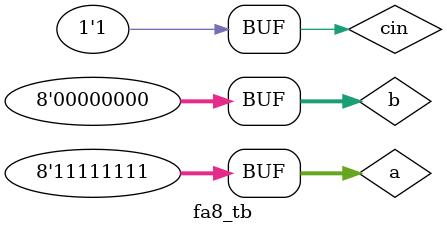
<source format=v>
module fa8_tb;

reg [7:0] a,b;
reg cin;
wire [7:0] sum;
wire cout;

full_adder8 fa8( a,b,cin, sum,cout);

initial begin
$monitor("%d a=%b, b=%b, cin=%b, sum=%b, cout=%b", $time,a,b,cin,sum,cout );

a=0;
b=0;
cin=0;

#100 a=8'b00110111;b=8'b00000101;cin=1'b0;
#100 a=8'b00110000;b=8'b00000110;cin=1'b0;
#100 a=8'b01011110;b=8'b00000100;cin=1'b0;
#100 a=8'b01101110;b=8'b00000011;cin=1'b0;
#100 a=8'b01101111;b=8'b00000111;cin=1'b0;
#100 a=8'b01110000;b=8'b00001000;cin=1'b0;
#100 a=8'b11111111;b=8'b00000000;cin=1'b1;
end

endmodule

</source>
